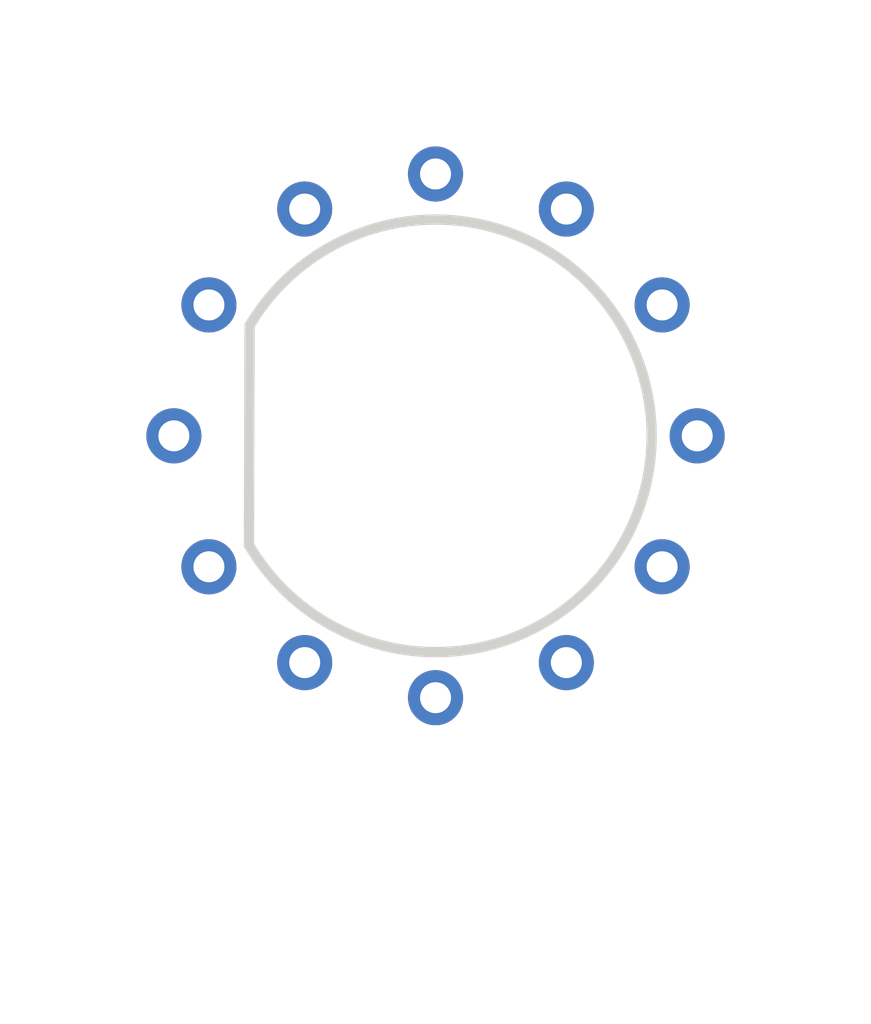
<source format=kicad_pcb>
(kicad_pcb (version 4) (host pcbnew no-bzr-kicad_new3d-viewer)

  (general
    (links 11)
    (no_connects 11)
    (area 17.074999 14.174999 30.125001 29.4925)
    (thickness 1.6)
    (drawings 0)
    (tracks 0)
    (zones 0)
    (modules 1)
    (nets 2)
  )

  (page A4)
  (layers
    (0 F.Cu signal)
    (31 B.Cu signal)
    (32 B.Adhes user)
    (33 F.Adhes user)
    (34 B.Paste user)
    (35 F.Paste user)
    (36 B.SilkS user)
    (37 F.SilkS user)
    (38 B.Mask user)
    (39 F.Mask user)
    (40 Dwgs.User user)
    (41 Cmts.User user)
    (42 Eco1.User user)
    (43 Eco2.User user)
    (44 Edge.Cuts user)
    (45 Margin user)
    (46 B.CrtYd user)
    (47 F.CrtYd user)
    (48 B.Fab user)
    (49 F.Fab user)
  )

  (setup
    (last_trace_width 0.25)
    (trace_clearance 0.2)
    (zone_clearance 0.508)
    (zone_45_only yes)
    (trace_min 0.2)
    (segment_width 0.2)
    (edge_width 0.15)
    (via_size 0.8)
    (via_drill 0.4)
    (via_min_size 0.4)
    (via_min_drill 0.3)
    (uvia_size 0.3)
    (uvia_drill 0.1)
    (uvias_allowed no)
    (uvia_min_size 0.2)
    (uvia_min_drill 0.1)
    (pcb_text_width 0.3)
    (pcb_text_size 1.5 1.5)
    (mod_edge_width 0.15)
    (mod_text_size 1 1)
    (mod_text_width 0.15)
    (pad_size 0.8 0.8)
    (pad_drill 0.45)
    (pad_to_mask_clearance 0.2)
    (aux_axis_origin 0 0)
    (visible_elements 7FFFFFFF)
    (pcbplotparams
      (layerselection 0x00030_ffffffff)
      (usegerberextensions false)
      (excludeedgelayer true)
      (linewidth 0.100000)
      (plotframeref false)
      (viasonmask false)
      (mode 1)
      (useauxorigin false)
      (hpglpennumber 1)
      (hpglpenspeed 20)
      (hpglpendiameter 15)
      (psnegative false)
      (psa4output false)
      (plotreference true)
      (plotvalue true)
      (plotinvisibletext false)
      (padsonsilk false)
      (subtractmaskfromsilk false)
      (outputformat 1)
      (mirror false)
      (drillshape 1)
      (scaleselection 1)
      (outputdirectory ""))
  )

  (net 0 "")
  (net 1 GND)

  (net_class Default "This is the default net class."
    (clearance 0.2)
    (trace_width 0.25)
    (via_dia 0.8)
    (via_drill 0.4)
    (uvia_dia 0.3)
    (uvia_drill 0.1)
    (add_net GND)
  )

  (module Ohisja:SMA_test1 (layer F.Cu) (tedit 5772DB68) (tstamp 5772DC44)
    (at 23.6 20.7)
    (fp_text reference REF** (at 0 7.7) (layer Dwgs.User)
      (effects (font (size 1 1) (thickness 0.15)))
    )
    (fp_text value 2 (at 0 6.7) (layer F.Fab)
      (effects (font (size 1 1) (thickness 0.15)))
    )
    (fp_arc (start 0 0) (end -2.7 -1.6) (angle 299.106049) (layer Edge.Cuts) (width 0.15))
    (fp_circle (center 0 0) (end 6.25 0) (layer Dwgs.User) (width 0.15))
    (fp_line (start 0.2 0.2) (end -0.2 -0.2) (layer Dwgs.User) (width 0.15))
    (fp_line (start -0.2 0.2) (end 0.2 -0.2) (layer Dwgs.User) (width 0.15))
    (fp_line (start 4 2.1) (end 4 -2.1) (layer Dwgs.User) (width 0.15))
    (fp_line (start 0 4.5) (end 4 2.1) (layer Dwgs.User) (width 0.15))
    (fp_line (start -4 2.1) (end 0 4.5) (layer Dwgs.User) (width 0.15))
    (fp_line (start -4 -2.1) (end -4 2.1) (layer Dwgs.User) (width 0.15))
    (fp_line (start 0 -4.5) (end -4 -2.1) (layer Dwgs.User) (width 0.15))
    (fp_line (start 4 -2.1) (end 0 -4.5) (layer Dwgs.User) (width 0.15))
    (fp_line (start -2.7 -1.6) (end -2.71 1.58) (layer Edge.Cuts) (width 0.15))
    (fp_circle (center 0 0) (end 4.5 0) (layer Dwgs.User) (width 0.15))
    (fp_circle (center 0 0) (end 3.15 0) (layer Dwgs.User) (width 0.15))
    (fp_line (start -2.92 -1.6) (end -2.92 1.6) (layer F.Mask) (width 0.7))
    (fp_circle (center 0 0) (end 3.83 0) (layer F.Mask) (width 1.35))
    (fp_line (start -2.92 -1.6) (end -2.92 1.6) (layer B.Mask) (width 0.7))
    (fp_circle (center 0 0) (end 3.83 0) (layer B.Mask) (width 1.35))
    (pad 1 thru_hole circle (at 0 -3.8) (size 0.8 0.8) (drill 0.45) (layers *.Cu)
      (net 1 GND))
    (pad 1 thru_hole circle (at -1.9 -3.290897 30) (size 0.8 0.8) (drill 0.45) (layers *.Cu)
      (net 1 GND))
    (pad 1 thru_hole circle (at -3.290897 -1.9 60) (size 0.8 0.8) (drill 0.45) (layers *.Cu)
      (net 1 GND))
    (pad 1 thru_hole circle (at -3.8 0 90) (size 0.8 0.8) (drill 0.45) (layers *.Cu)
      (net 1 GND))
    (pad 1 thru_hole circle (at -3.290897 1.9 120) (size 0.8 0.8) (drill 0.45) (layers *.Cu)
      (net 1 GND))
    (pad 1 thru_hole circle (at -1.9 3.290897 150) (size 0.8 0.8) (drill 0.45) (layers *.Cu)
      (net 1 GND))
    (pad 1 thru_hole circle (at 0 3.8 180) (size 0.8 0.8) (drill 0.45) (layers *.Cu)
      (net 1 GND))
    (pad 1 thru_hole circle (at 1.9 3.290897 210) (size 0.8 0.8) (drill 0.45) (layers *.Cu)
      (net 1 GND))
    (pad 1 thru_hole circle (at 3.290897 1.9 240) (size 0.8 0.8) (drill 0.45) (layers *.Cu)
      (net 1 GND))
    (pad 1 thru_hole circle (at 3.8 0 270) (size 0.8 0.8) (drill 0.45) (layers *.Cu)
      (net 1 GND))
    (pad 1 thru_hole circle (at 3.290897 -1.9 300) (size 0.8 0.8) (drill 0.45) (layers *.Cu)
      (net 1 GND))
    (pad 1 thru_hole circle (at 1.9 -3.290897 330) (size 0.8 0.8) (drill 0.45) (layers *.Cu)
      (net 1 GND))
    (model D:/Dropbox/Projekti/Ohisja/sma.wrl
      (at (xyz 0 -0.02559055118110237 -0.1377952755905512))
      (scale (xyz 0.3937 0.3937 0.3937))
      (rotate (xyz 0 0 0))
    )
  )

  (zone (net 0) (net_name "") (layer B.Cu) (tstamp 0) (hatch none 0.508)
    (connect_pads (clearance 0.508))
    (min_thickness 0.254)
    (keepout (tracks allowed) (vias allowed) (copperpour not_allowed))
    (fill (arc_segments 16) (thermal_gap 0.508) (thermal_bridge_width 0.508))
    (polygon
      (pts
        (xy 21.05 19.1) (xy 21.05 22.3) (xy 21.7 23.05) (xy 22.7 23.6) (xy 24.05 23.65)
        (xy 25.3 23.2) (xy 26.2 22.15) (xy 26.55 20.9) (xy 26.35 19.5) (xy 25.5 18.4)
        (xy 23.9 17.75) (xy 22.5 17.95) (xy 21.35 18.8)
      )
    )
  )
  (zone (net 0) (net_name "") (layer F.Cu) (tstamp 5772DC5C) (hatch none 0.508)
    (connect_pads (clearance 0.508))
    (min_thickness 0.254)
    (keepout (tracks allowed) (vias allowed) (copperpour not_allowed))
    (fill (arc_segments 16) (thermal_gap 0.508) (thermal_bridge_width 0.508))
    (polygon
      (pts
        (xy 21.05 19.1) (xy 21.05 22.3) (xy 21.7 23.05) (xy 22.7 23.6) (xy 24.05 23.65)
        (xy 25.3 23.2) (xy 26.2 22.15) (xy 26.55 20.9) (xy 26.35 19.5) (xy 25.5 18.4)
        (xy 23.9 17.75) (xy 22.5 17.95) (xy 21.35 18.8)
      )
    )
  )
)

</source>
